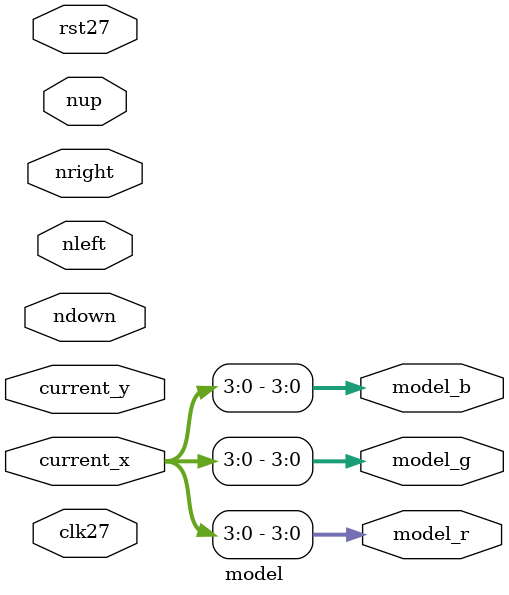
<source format=v>
module model (current_x, current_y, clk27, rst27,
			  nleft, nright, nup, ndown, model_r,
	          model_g, model_b);
	
input [9:0] current_x, current_y;
input nleft, nright, nup, ndown;
input clk27, rst27;

output [3:0] model_r, model_g, model_b;

assign model_r = current_x; //model_rs;
assign model_g = current_x; //model_gs;
assign model_b = current_x; //model_bs;

endmodule


</source>
